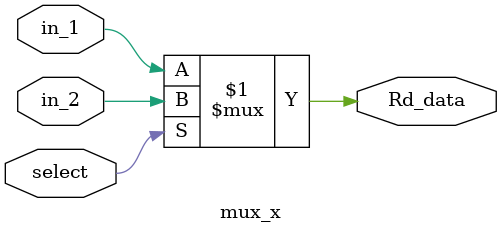
<source format=sv>
module mux_x(
	
	input 		          		in_1, 		//ALU result
	input 		          		in_2,			//DMEM data
	input								select,
	
	output				reg		Rd_data
);


assign Rd_data = select ? in_2 : in_1; // if select is 1, MUX will output in_2, otherwise in_1

endmodule
</source>
